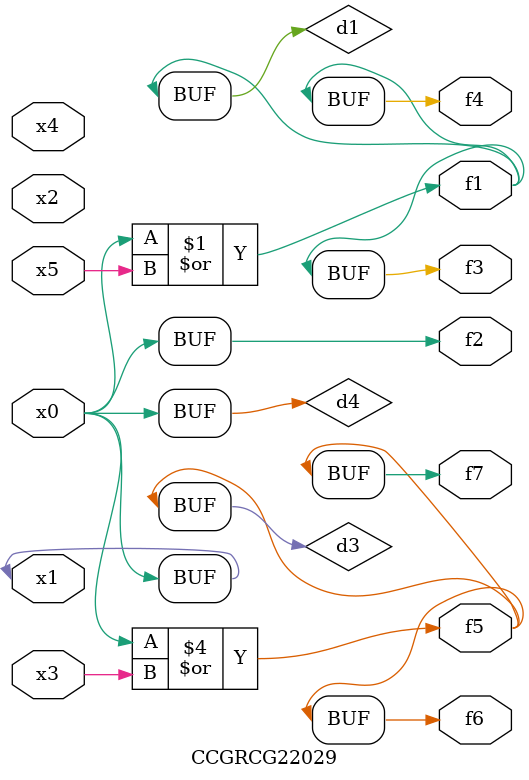
<source format=v>
module CCGRCG22029(
	input x0, x1, x2, x3, x4, x5,
	output f1, f2, f3, f4, f5, f6, f7
);

	wire d1, d2, d3, d4;

	or (d1, x0, x5);
	xnor (d2, x1, x4);
	or (d3, x0, x3);
	buf (d4, x0, x1);
	assign f1 = d1;
	assign f2 = d4;
	assign f3 = d1;
	assign f4 = d1;
	assign f5 = d3;
	assign f6 = d3;
	assign f7 = d3;
endmodule

</source>
